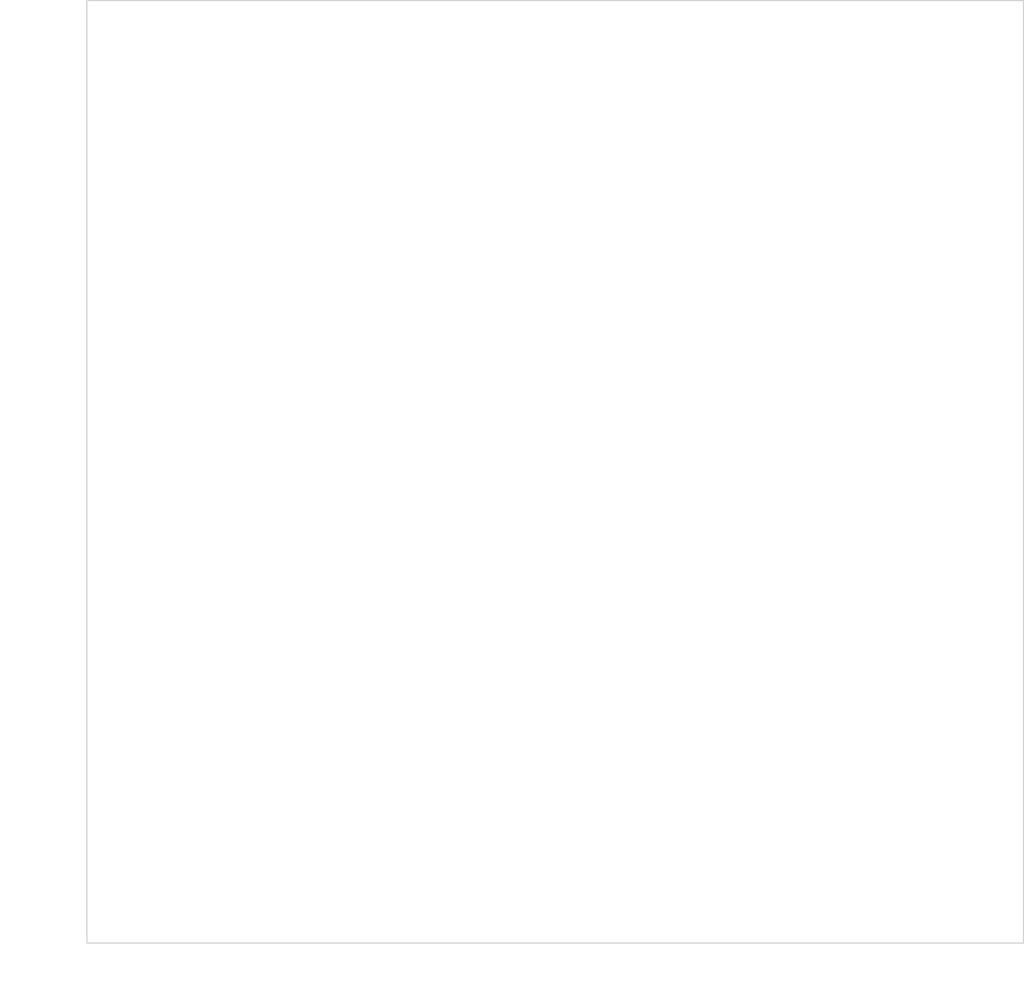
<source format=kicad_pcb>
(kicad_pcb (version 20221018) (generator pcbnew)

  (general
    (thickness 1.6)
  )

  (paper "A3")
  (layers
    (0 "F.Cu" signal)
    (31 "B.Cu" signal)
    (32 "B.Adhes" user "B.Adhesive")
    (33 "F.Adhes" user "F.Adhesive")
    (34 "B.Paste" user)
    (35 "F.Paste" user)
    (36 "B.SilkS" user "B.Silkscreen")
    (37 "F.SilkS" user "F.Silkscreen")
    (38 "B.Mask" user)
    (39 "F.Mask" user)
    (40 "Dwgs.User" user "User.Drawings")
    (41 "Cmts.User" user "User.Comments")
    (42 "Eco1.User" user "User.Eco1")
    (43 "Eco2.User" user "User.Eco2")
    (44 "Edge.Cuts" user)
    (45 "Margin" user)
    (46 "B.CrtYd" user "B.Courtyard")
    (47 "F.CrtYd" user "F.Courtyard")
    (48 "B.Fab" user)
    (49 "F.Fab" user)
  )

  (setup
    (pad_to_mask_clearance 0.051)
    (solder_mask_min_width 0.25)
    (pcbplotparams
      (layerselection 0x00010fc_ffffffff)
      (plot_on_all_layers_selection 0x0000000_00000000)
      (disableapertmacros false)
      (usegerberextensions false)
      (usegerberattributes false)
      (usegerberadvancedattributes false)
      (creategerberjobfile false)
      (dashed_line_dash_ratio 12.000000)
      (dashed_line_gap_ratio 3.000000)
      (svgprecision 4)
      (plotframeref false)
      (viasonmask false)
      (mode 1)
      (useauxorigin false)
      (hpglpennumber 1)
      (hpglpenspeed 20)
      (hpglpendiameter 15.000000)
      (dxfpolygonmode true)
      (dxfimperialunits true)
      (dxfusepcbnewfont true)
      (psnegative false)
      (psa4output false)
      (plotreference true)
      (plotvalue true)
      (plotinvisibletext false)
      (sketchpadsonfab false)
      (subtractmaskfromsilk false)
      (outputformat 1)
      (mirror false)
      (drillshape 1)
      (scaleselection 1)
      (outputdirectory "")
    )
  )

  (net 0 "")

  (gr_line (start 115.842456 221.238076) (end 115.842456 94.295511)
    (stroke (width 0.2) (type solid)) (layer "Dwgs.User") (tstamp 3741beee-eb0e-4cfe-ab83-d79a78f1b9dc))
  (gr_line (start 125.842456 224.238076) (end 125.842456 232.486601)
    (stroke (width 0.2) (type solid)) (layer "Dwgs.User") (tstamp 48bd41f8-b1b3-44f8-a22a-3b0400939664))
  (gr_line (start 284.842456 224.238076) (end 284.842456 232.486601)
    (stroke (width 0.2) (type solid)) (layer "Dwgs.User") (tstamp 52ac9428-24ae-4b1e-99e9-0409c349f2b2))
  (gr_line (start 127.842456 229.311601) (end 200.637442 229.311601)
    (stroke (width 0.2) (type solid)) (layer "Dwgs.User") (tstamp 5875d789-15f9-44ed-b290-e49bf968fe7d))
  (gr_line (start 124.842456 223.238076) (end 112.667456 223.238076)
    (stroke (width 0.2) (type solid)) (layer "Dwgs.User") (tstamp 6e58212f-1889-4a8a-84c9-4d9495271069))
  (gr_line (start 124.842456 63.238076) (end 112.667456 63.238076)
    (stroke (width 0.2) (type solid)) (layer "Dwgs.User") (tstamp 7d3941b7-6031-4d02-a4d2-35684bc5c2bc))
  (gr_line (start 115.842456 65.238076) (end 115.842456 87.18064)
    (stroke (width 0.2) (type solid)) (layer "Dwgs.User") (tstamp cc49e463-2062-482e-9207-b87d2bfbf763))
  (gr_line (start 282.842456 229.311601) (end 210.04747 229.311601)
    (stroke (width 0.2) (type solid)) (layer "Dwgs.User") (tstamp f4b39d9e-ae02-4ab1-9716-5bd918b8530c))
  (gr_line (start 284.842456 223.238076) (end 284.842456 63.238076)
    (stroke (width 0.2) (type solid)) (layer "Edge.Cuts") (tstamp 06480dac-250b-4023-be17-78f4ce777909))
  (gr_line (start 125.842456 223.238076) (end 284.842456 223.238076)
    (stroke (width 0.2) (type solid)) (layer "Edge.Cuts") (tstamp 6774c43f-5ab7-4dee-9d2d-3c9a689f55e9))
  (gr_line (start 284.842456 63.238076) (end 125.842456 63.238076)
    (stroke (width 0.2) (type solid)) (layer "Edge.Cuts") (tstamp a2cbc306-18cd-42d6-8537-c0793d8ceb61))
  (gr_line (start 125.842456 63.238076) (end 125.842456 223.238076)
    (stroke (width 0.2) (type solid)) (layer "Edge.Cuts") (tstamp a59ce15a-6f67-4905-9b00-06b68fd4716b))
  (gr_text " 160.00" (at 115.842456 89.070102) (layer "Dwgs.User") (tstamp 389b1c9a-1758-4641-af7d-1aec659ddc00)
    (effects (font (size 1.7 1.53) (thickness 0.2125)))
  )
  (gr_text "[6.30]" (at 115.842456 92.627537) (layer "Dwgs.User") (tstamp 72882169-c9f8-46a6-9e0c-88fc8f53ce65)
    (effects (font (size 1.7 1.53) (thickness 0.2125)))
  )
  (gr_text " 159.00" (at 205.342456 227.643627) (layer "Dwgs.User") (tstamp d045054f-0204-4a28-b376-c56796e1479c)
    (effects (font (size 1.7 1.53) (thickness 0.2125)))
  )
  (gr_text "[6.26]" (at 205.342456 231.201062) (layer "Dwgs.User") (tstamp d13e2fc1-8bde-4f8c-821e-9f01faf33613)
    (effects (font (size 1.7 1.53) (thickness 0.2125)))
  )

)

</source>
